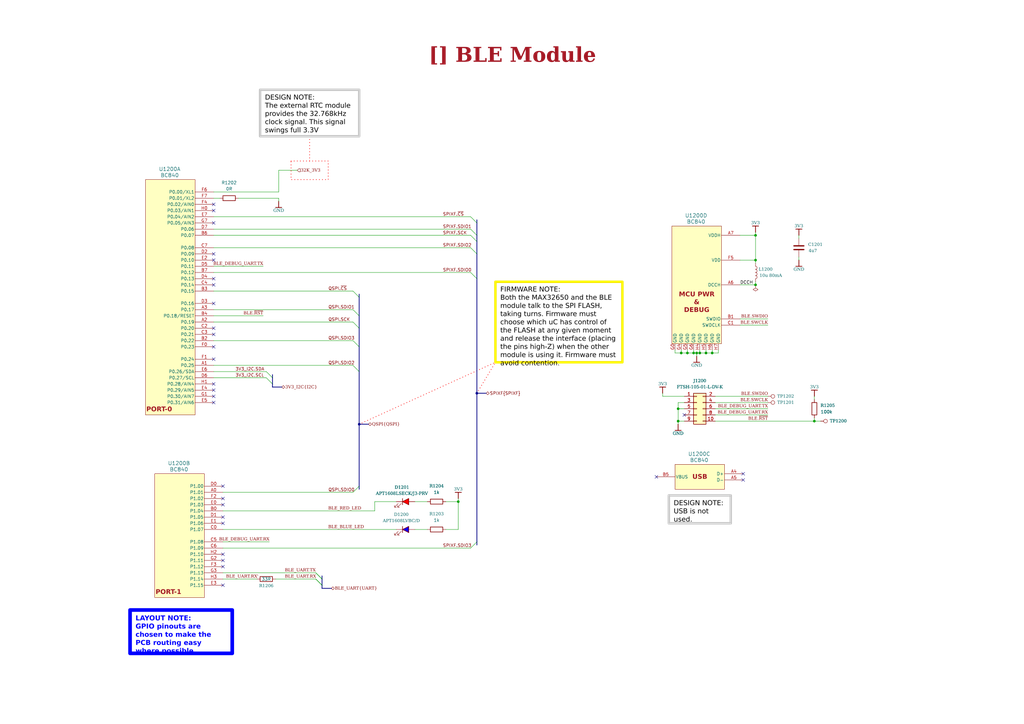
<source format=kicad_sch>
(kicad_sch (version 20250114) (generator "eeschema") (generator_version "9.0")
  (paper "A3")
  (title_block (title "BLE Module") (date "2025-02-13") (rev "${REVISION}"))
  (lib_symbols
    (symbol "ccb_LED:APT1608-LSECK-J3-PRV" (pin_numbers (hide yes)) (pin_names (offset 1.016) (hide yes))
      (property "Reference" "D" (at 0 5.334 0))
      (property "Value" "APT1608LSECK/J3-PRV" (at 0.254 2.794 0))
      (symbol "APT1608-LSECK-J3-PRV_0_1"
        (polyline (pts (xy -3.048 -0.762) (xy -4.572 -2.286) (xy -3.81 -2.286) (xy -4.572 -2.286) (xy -4.572 -1.524)))
        (polyline (pts (xy -1.778 -0.762) (xy -3.302 -2.286) (xy -2.54 -2.286) (xy -3.302 -2.286) (xy -3.302 -1.524)))
        (polyline (pts (xy -1.27 -1.27) (xy -1.27 1.27)) (stroke (width 0.254)))
      )
      (symbol "APT1608-LSECK-J3-PRV_1_1"
        (polyline (pts (xy 1.27 -1.27) (xy 1.27 1.27) (xy -1.27 0) (xy 1.27 -1.27)) (stroke (width 0.254)) (fill (type color) (color 255 0 0 1)))
        (pin passive line (at -3.81 0 0) (length 2.54) (name "K") (number "1"))
        (pin passive line (at 3.81 0 180) (length 2.54) (name "A") (number "2"))
      )
    )
    (symbol "ccb_LED:APT1608LVBC/D" (pin_numbers (hide yes)) (pin_names (offset 1.016) (hide yes))
      (property "Reference" "D" (at -1.5875 6.35 0))
      (property "Value" "APT1608LVBC/D" (at -1.5875 3.81 0))
      (symbol "APT1608LVBC/D_0_1"
        (polyline (pts (xy -3.048 -0.762) (xy -4.572 -2.286) (xy -3.81 -2.286) (xy -4.572 -2.286) (xy -4.572 -1.524)))
        (polyline (pts (xy -1.778 -0.762) (xy -3.302 -2.286) (xy -2.54 -2.286) (xy -3.302 -2.286) (xy -3.302 -1.524)))
        (polyline (pts (xy -1.27 -1.27) (xy -1.27 1.27)) (stroke (width 0.254)))
      )
      (symbol "APT1608LVBC/D_1_1"
        (polyline (pts (xy 1.27 -1.27) (xy 1.27 1.27) (xy -1.27 0) (xy 1.27 -1.27)) (stroke (width 0.254)) (fill (type color) (color 0 0 255 1)))
        (pin passive line (at -3.81 0 0) (length 2.54) (name "K") (number "1"))
        (pin passive line (at 3.81 0 180) (length 2.54) (name "A") (number "2"))
      )
    )
    (symbol "ccb_capacitor:CAP_CER_4.7UF_16V_X5R_0603" (pin_numbers (hide yes)) (pin_names (offset 0.254))
      (property "Reference" "C?" (at 3.81 1.27 0))
      (property "Value" "4u7" (at 3.81 -1.27 0))
      (symbol "CAP_CER_4.7UF_16V_X5R_0603_0_1"
        (polyline (pts (xy -2.032 0.762) (xy 2.032 0.762)) (stroke (width 0.508)))
        (polyline (pts (xy -2.032 -0.762) (xy 2.032 -0.762)) (stroke (width 0.508)))
      )
      (symbol "CAP_CER_4.7UF_16V_X5R_0603_1_1"
        (pin passive line (at 0 3.81 270) (length 2.794) (name "~") (number "1"))
        (pin passive line (at 0 -3.81 90) (length 2.794) (name "~") (number "2"))
      )
    )
    (symbol "ccb_connector_programming:FTSH-105-01-L-DV-K" (pin_names (offset 1.016) (hide yes))
      (property "Reference" "J" (at 1.27 7.62 0))
      (property "Value" "FTSH-105-01-L-DV-K" (at 1.27 -7.62 0))
      (symbol "FTSH-105-01-L-DV-K_1_1"
        (rectangle (start -1.27 6.35) (end 3.81 -6.35) (stroke (width 0.254)) (fill (type background)))
        (rectangle (start -1.27 5.207) (end 0 4.953) (stroke (width 0.1524)))
        (rectangle (start -1.27 2.667) (end 0 2.413) (stroke (width 0.1524)))
        (rectangle (start -1.27 0.127) (end 0 -0.127) (stroke (width 0.1524)))
        (rectangle (start -1.27 -2.413) (end 0 -2.667) (stroke (width 0.1524)))
        (rectangle (start -1.27 -4.953) (end 0 -5.207) (stroke (width 0.1524)))
        (rectangle (start 3.81 5.207) (end 2.54 4.953) (stroke (width 0.1524)))
        (rectangle (start 3.81 2.667) (end 2.54 2.413) (stroke (width 0.1524)))
        (rectangle (start 3.81 0.127) (end 2.54 -0.127) (stroke (width 0.1524)))
        (rectangle (start 3.81 -2.413) (end 2.54 -2.667) (stroke (width 0.1524)))
        (rectangle (start 3.81 -4.953) (end 2.54 -5.207) (stroke (width 0.1524)))
        (pin passive line (at -5.08 5.08 0) (length 3.81) (name "Pin_1") (number "1"))
        (pin passive line (at -5.08 2.54 0) (length 3.81) (name "Pin_3") (number "3"))
        (pin passive line (at -5.08 0 0) (length 3.81) (name "Pin_5") (number "5"))
        (pin passive line (at -5.08 -2.54 0) (length 3.81) (name "Pin_7") (number "7"))
        (pin passive line (at -5.08 -5.08 0) (length 3.81) (name "Pin_9") (number "9"))
        (pin passive line (at 7.62 5.08 180) (length 3.81) (name "Pin_2") (number "2"))
        (pin passive line (at 7.62 2.54 180) (length 3.81) (name "Pin_4") (number "4"))
        (pin passive line (at 7.62 0 180) (length 3.81) (name "Pin_6") (number "6"))
        (pin passive line (at 7.62 -2.54 180) (length 3.81) (name "Pin_8") (number "8"))
        (pin passive line (at 7.62 -5.08 180) (length 3.81) (name "Pin_10") (number "10"))
      )
    )
    (symbol "ccb_inductor:LBMF1608T100K" (pin_numbers (hide yes)) (pin_names (offset 1.016) (hide yes))
      (property "Reference" "L?" (at 0 5.08 0))
      (property "Value" "10u 80mA" (at 0 2.54 0))
      (symbol "LBMF1608T100K_0_1"
        (arc (start -2.54 0) (mid -1.905 0.6323) (end -1.27 0))
        (arc (start -1.27 0) (mid -0.635 0.6323) (end 0 0))
        (arc (start 0 0) (mid 0.635 0.6323) (end 1.27 0))
        (arc (start 1.27 0) (mid 1.905 0.6323) (end 2.54 0))
      )
      (symbol "LBMF1608T100K_1_1"
        (pin passive line (at -3.81 0 0) (length 1.27) (name "1") (number "1"))
        (pin passive line (at 3.81 0 180) (length 1.27) (name "2") (number "2"))
      )
    )
    (symbol "ccb_microcontroller:Fanstel_BC840" (pin_names (offset 0.254))
      (property "Reference" "U" (at -0.254 33.528 0))
      (property "Value" "BC840" (at -0.254 30.988 0))
      (symbol "Fanstel_BC840_1_1"
        (rectangle (start -10.16 29.21) (end 10.16 -67.31) (fill (type background)))
        (text "PORT-0" (at -4.572 -65.024 0) (effects (font (size 1.905 1.905) (thickness 0.508) (bold yes))))
        (pin bidirectional line (at 17.78 24.13 180) (length 7.62) (name "P0.00/XL1") (number "F6"))
        (pin bidirectional line (at 17.78 21.59 180) (length 7.62) (name "P0.01/XL2") (number "F7"))
        (pin bidirectional line (at 17.78 19.05 180) (length 7.62) (name "P0.02/AIN0") (number "F4"))
        (pin bidirectional line (at 17.78 16.51 180) (length 7.62) (name "P0.03/AIN1") (number "H0"))
        (pin bidirectional line (at 17.78 13.97 180) (length 7.62) (name "P0.04/AIN2") (number "E7"))
        (pin bidirectional line (at 17.78 11.43 180) (length 7.62) (name "P0.05/AIN3") (number "G7"))
        (pin bidirectional line (at 17.78 8.89 180) (length 7.62) (name "P0.06") (number "D7"))
        (pin bidirectional line (at 17.78 6.35 180) (length 7.62) (name "P0.07") (number "B6"))
        (pin bidirectional line (at 17.78 1.27 180) (length 7.62) (name "P0.08") (number "C7"))
        (pin bidirectional line (at 17.78 -1.27 180) (length 7.62) (name "P0.09") (number "D2"))
        (pin bidirectional line (at 17.78 -3.81 180) (length 7.62) (name "P0.10") (number "E2"))
        (pin bidirectional line (at 17.78 -6.35 180) (length 7.62) (name "P0.11") (number "D5"))
        (pin bidirectional line (at 17.78 -8.89 180) (length 7.62) (name "P0.12") (number "B7"))
        (pin bidirectional line (at 17.78 -11.43 180) (length 7.62) (name "P0.13") (number "D4"))
        (pin bidirectional line (at 17.78 -13.97 180) (length 7.62) (name "P0.14") (number "C4"))
        (pin bidirectional line (at 17.78 -16.51 180) (length 7.62) (name "P0.15") (number "B3"))
        (pin bidirectional line (at 17.78 -21.59 180) (length 7.62) (name "P0.16") (number "D3"))
        (pin bidirectional line (at 17.78 -24.13 180) (length 7.62) (name "P0.17") (number "A3"))
        (pin bidirectional line (at 17.78 -26.67 180) (length 7.62) (name "P0.18/RESET") (number "B4"))
        (pin bidirectional line (at 17.78 -29.21 180) (length 7.62) (name "P0.19") (number "A2"))
        (pin bidirectional line (at 17.78 -31.75 180) (length 7.62) (name "P0.20") (number "C2"))
        (pin bidirectional line (at 17.78 -34.29 180) (length 7.62) (name "P0.21") (number "C3"))
        (pin bidirectional line (at 17.78 -36.83 180) (length 7.62) (name "P0.22") (number "B2"))
        (pin bidirectional line (at 17.78 -39.37 180) (length 7.62) (name "P0.23") (number "F0"))
        (pin bidirectional line (at 17.78 -44.45 180) (length 7.62) (name "P0.24") (number "F1"))
        (pin bidirectional line (at 17.78 -46.99 180) (length 7.62) (name "P0.25") (number "A1"))
        (pin bidirectional line (at 17.78 -49.53 180) (length 7.62) (name "P0.26/SDA") (number "E6"))
        (pin bidirectional line (at 17.78 -52.07 180) (length 7.62) (name "P0.27/SCL") (number "D6"))
        (pin bidirectional line (at 17.78 -54.61 180) (length 7.62) (name "P0.28/AIN4") (number "H1"))
        (pin bidirectional line (at 17.78 -57.15 180) (length 7.62) (name "P0.29/AIN5") (number "E4"))
        (pin bidirectional line (at 17.78 -59.69 180) (length 7.62) (name "P0.30/AIN7") (number "G1"))
        (pin bidirectional line (at 17.78 -62.23 180) (length 7.62) (name "P0.31/AIN6") (number "E5"))
      )
      (symbol "Fanstel_BC840_2_1"
        (rectangle (start -10.16 29.21) (end 10.16 -21.59) (fill (type background)))
        (text "PORT-1" (at -4.572 -19.304 0) (effects (font (size 1.905 1.905) (thickness 0.508) (bold yes))))
        (pin bidirectional line (at 17.78 24.13 180) (length 7.62) (name "P1.00") (number "D0"))
        (pin bidirectional line (at 17.78 21.59 180) (length 7.62) (name "P1.01") (number "A0"))
        (pin bidirectional line (at 17.78 19.05 180) (length 7.62) (name "P1.02") (number "F2"))
        (pin bidirectional line (at 17.78 16.51 180) (length 7.62) (name "P1.03") (number "E0"))
        (pin bidirectional line (at 17.78 13.97 180) (length 7.62) (name "P1.04") (number "B0"))
        (pin bidirectional line (at 17.78 11.43 180) (length 7.62) (name "P1.05") (number "D1"))
        (pin bidirectional line (at 17.78 8.89 180) (length 7.62) (name "P1.06") (number "E1"))
        (pin bidirectional line (at 17.78 6.35 180) (length 7.62) (name "P1.07") (number "C0"))
        (pin bidirectional line (at 17.78 1.27 180) (length 7.62) (name "P1.08") (number "C5"))
        (pin bidirectional line (at 17.78 -1.27 180) (length 7.62) (name "P1.09") (number "C6"))
        (pin bidirectional line (at 17.78 -3.81 180) (length 7.62) (name "P1.10") (number "H2"))
        (pin bidirectional line (at 17.78 -6.35 180) (length 7.62) (name "P1.11") (number "G2"))
        (pin bidirectional line (at 17.78 -8.89 180) (length 7.62) (name "P1.12") (number "F3"))
        (pin bidirectional line (at 17.78 -11.43 180) (length 7.62) (name "P1.13") (number "G3"))
        (pin bidirectional line (at 17.78 -13.97 180) (length 7.62) (name "P1.14") (number "H3"))
        (pin bidirectional line (at 17.78 -16.51 180) (length 7.62) (name "P1.15") (number "E3"))
      )
      (symbol "Fanstel_BC840_3_1"
        (rectangle (start -10.16 29.21) (end 10.16 19.05) (fill (type background)))
        (text "USB" (at 0 24.13 0) (effects (font (size 1.905 1.905) (thickness 0.508) (bold yes))))
        (pin power_in line (at -17.78 24.13 0) (length 7.62) (name "VBUS") (number "B5"))
        (pin bidirectional line (at 17.78 25.4 180) (length 7.62) (name "D+") (number "A4"))
        (pin bidirectional line (at 17.78 22.86 180) (length 7.62) (name "D-") (number "A5"))
      )
      (symbol "Fanstel_BC840_4_1"
        (rectangle (start -10.16 29.21) (end 10.16 -19.05) (fill (type background)))
        (text "MCU PWR\n&\nDEBUG" (at 0 -2.032 0) (effects (font (size 1.905 1.905) (thickness 0.508) (bold yes))))
        (pin power_in line (at -8.89 -21.59 90) (length 2.54) (name "GND") (number "G0"))
        (pin power_in line (at -6.35 -21.59 90) (length 2.54) (name "GND") (number "G4"))
        (pin power_in line (at -3.81 -21.59 90) (length 2.54) (name "GND") (number "G5"))
        (pin power_in line (at -1.27 -21.59 90) (length 2.54) (name "GND") (number "G6"))
        (pin power_in line (at 1.27 -21.59 90) (length 2.54) (name "GND") (number "H4"))
        (pin power_in line (at 3.81 -21.59 90) (length 2.54) (name "GND") (number "H5"))
        (pin power_in line (at 6.35 -21.59 90) (length 2.54) (name "GND") (number "H6"))
        (pin power_in line (at 8.89 -21.59 90) (length 2.54) (name "GND") (number "H7"))
        (pin power_in line (at 17.78 25.4 180) (length 7.62) (name "VDDH") (number "A7"))
        (pin power_in line (at 17.78 15.24 180) (length 7.62) (name "VDD") (number "F5"))
        (pin power_in line (at 17.78 5.08 180) (length 7.62) (name "DCCH") (number "A6"))
        (pin bidirectional line (at 17.78 -8.89 180) (length 7.62) (name "SWDIO") (number "B1"))
        (pin bidirectional line (at 17.78 -11.43 180) (length 7.62) (name "SWDCLK") (number "C1"))
      )
    )
    (symbol "ccb_power_symbol:3V3" (power) (pin_numbers (hide yes)) (pin_names (offset 0) (hide yes))
      (property "Value" "3V3" (at 0 3.556 0))
      (symbol "3V3_0_1"
        (polyline (pts (xy -1.27 2.54) (xy 1.27 2.54)) (stroke (width 0.3)))
        (polyline (pts (xy 0 0) (xy 0 2.54)) (stroke (width 0.3)))
      )
      (symbol "3V3_1_1"
        (pin power_in line (at 0 0 90) (length 0) (name "~") (number "1"))
      )
    )
    (symbol "ccb_power_symbol:GND" (power) (pin_numbers (hide yes)) (pin_names (offset 0) (hide yes))
      (property "Value" "GND" (at 0 -3.81 0))
      (symbol "GND_0_1"
        (polyline (pts (xy 0 0) (xy 0 -2.54)) (stroke (width 0.3)))
        (polyline (pts (xy 1.27 -2.54) (xy -1.27 -2.54)) (stroke (width 0.3)))
      )
      (symbol "GND_1_1"
        (pin power_in line (at 0 0 270) (length 0) (name "~") (number "1"))
      )
    )
    (symbol "ccb_resistor:RES_SMD_0_OHM_JUMPER_1/10W_0402" (pin_numbers (hide yes)) (pin_names (offset 0))
      (property "Reference" "R?" (at 2.54 1.27 0))
      (property "Value" "0R" (at 2.54 -1.27 0))
      (symbol "RES_SMD_0_OHM_JUMPER_1/10W_0402_0_1"
        (rectangle (start -1.016 -2.54) (end 1.016 2.54) (stroke (width 0.254)))
      )
      (symbol "RES_SMD_0_OHM_JUMPER_1/10W_0402_1_1"
        (pin passive line (at 0 3.81 270) (length 1.27) (name "~") (number "1"))
        (pin passive line (at 0 -3.81 90) (length 1.27) (name "~") (number "2"))
      )
    )
    (symbol "ccb_resistor:RES_SMD_100K_OHM_1%_1/10W_0402" (pin_numbers (hide yes)) (pin_names (offset 0))
      (property "Reference" "R?" (at 2.54 1.27 0))
      (property "Value" "100k" (at 2.54 -1.27 0))
      (symbol "RES_SMD_100K_OHM_1%_1/10W_0402_0_1"
        (rectangle (start -1.016 -2.54) (end 1.016 2.54) (stroke (width 0.254)))
      )
      (symbol "RES_SMD_100K_OHM_1%_1/10W_0402_1_1"
        (pin passive line (at 0 3.81 270) (length 1.27) (name "~") (number "1"))
        (pin passive line (at 0 -3.81 90) (length 1.27) (name "~") (number "2"))
      )
    )
    (symbol "ccb_resistor:RES_SMD_1K_OHM_1%_1/10W_0603" (pin_numbers (hide yes)) (pin_names (offset 0))
      (property "Reference" "R?" (at 2.54 1.27 0))
      (property "Value" "1k" (at 2.54 -1.27 0))
      (symbol "RES_SMD_1K_OHM_1%_1/10W_0603_0_1"
        (rectangle (start -1.016 -2.54) (end 1.016 2.54) (stroke (width 0.254)))
      )
      (symbol "RES_SMD_1K_OHM_1%_1/10W_0603_1_1"
        (pin passive line (at 0 3.81 270) (length 1.27) (name "~") (number "1"))
        (pin passive line (at 0 -3.81 90) (length 1.27) (name "~") (number "2"))
      )
    )
    (symbol "ccb_resistor:RES_SMD_33_OHM_1%_1/10W_0402" (pin_numbers (hide yes)) (pin_names (offset 0))
      (property "Reference" "R?" (at 2.54 1.27 0))
      (property "Value" "33R" (at 2.54 -1.27 0))
      (symbol "RES_SMD_33_OHM_1%_1/10W_0402_0_1"
        (rectangle (start -1.016 -2.54) (end 1.016 2.54) (stroke (width 0.254)))
      )
      (symbol "RES_SMD_33_OHM_1%_1/10W_0402_1_1"
        (pin passive line (at 0 3.81 270) (length 1.27) (name "~") (number "1"))
        (pin passive line (at 0 -3.81 90) (length 1.27) (name "~") (number "2"))
      )
    )
    (symbol "ccb_test_point:TestPoint_Pad_D1.27mm" (pin_numbers (hide yes)) (pin_names (offset 0.762) (hide yes)) (in_bom no)
      (property "Reference" "TP?" (at 2.54 4.572 0))
      (property "Value" "TestPoint_Pad_D1.27mm" (at 2.54 2.032 0))
      (symbol "TestPoint_Pad_D1.27mm_0_1"
        (circle (center 0 3.302) (radius 0.762))
      )
      (symbol "TestPoint_Pad_D1.27mm_1_1"
        (pin passive line (at 0 1.27 90) (length 1.27) (name "1") (number "1"))
      )
    )
    (symbol "power:PWR_FLAG" (power) (pin_numbers (hide yes)) (pin_names (offset 0) (hide yes))
      (property "Value" "PWR_FLAG" (at 0 3.81 0))
      (symbol "PWR_FLAG_0_0"
        (pin power_out line (at 0 0 90) (length 0) (name "~") (number "1"))
      )
      (symbol "PWR_FLAG_0_1"
        (polyline (pts (xy 0 0) (xy 0 1.27) (xy -1.016 1.905) (xy 0 2.54) (xy 1.016 1.905) (xy 0 1.27)))
      )
    )
  )
  (rectangle (start 119.38 66.04) (end 134.62 73.66) (stroke (width 0.3) (type dot) (color 255 0 0 1)))
  (rectangle (start 22.86 307.34) (end 63.5 331.47) (stroke (width 0.3) (type dot) (color 255 0 0 1)))
  (text_box "DESIGN NOTE:\nThese UART signal names are from the point of view of the MAX32666. From the BC832's perspective, BLE_UART_RX is an output pin and BLE_UART_TX is an input.\n\nThe reverse is true for the BLE_DEBUG_UART pins, these are named from the point of view of the BC832." (at -59.69 59.69 0) (size 55.88 39.37) (margins 2 2 2 2) (stroke (width 1) (color 200 200 200 1)) (effects (font (size 2 2)) (justify left top)))
  (text_box "[${#}] ${TITLE}" (at 140.97 16.51 0) (size 138.43 12.7) (margins 4.4999 4.4999 4.4999 4.4999) (stroke (width -0.0001)) (effects (font (size 6 6) (thickness 1.2) (bold yes))))
  (text_box "LAYOUT NOTE:\nGPIO pinouts are chosen to make the PCB routing easy where possible" (at 53.34 250.19 0) (size 41.91 17.78) (margins 2.25 2.25 2.25 2.25) (stroke (width 1.5) (color 0 0 255 1)) (effects (font (size 2 2) (thickness 0.4) (bold yes)) (justify left top)))
  (text_box "DESIGN NOTE:\nThese LEDs are mounted on the board for debug purposes only. Not expected to be used during deployment." (at 31.75 354.33 0) (size 43.18 20.32) (margins 2 2 2 2) (stroke (width 1) (color 200 200 200 1)) (effects (font (size 2 2)) (justify left top)))
  (text_box "DESIGN NOTE:\nUSB is not used." (at 274.32 203.2 0) (size 25.4 11.43) (margins 2 2 2 2) (stroke (width 1) (color 200 200 200 1)) (effects (font (size 2 2)) (justify left top)))
  (text_box "DESIGN NOTE:\nThe external RTC module provides the 32.768kHz clock signal. This signal swings full 3.3V" (at 106.68 36.83 0) (size 40.64 19.05) (margins 2 2 2 2) (stroke (width 1) (color 200 200 200 1)) (effects (font (size 2 2)) (justify left top)))
  (text_box "FIRMWARE NOTE:\nBoth the MAX32650 and the BLE module talk to the SPI FLASH, taking turns. Firmware must choose which uC has control of the FLASH at any given moment and release the interface (placing the pins high-Z) when the other module is using it. Firmware must avoid contention." (at 203.2 115.57 0) (size 52.07 33.02) (margins 2 2 2 2) (stroke (width 1) (color 250 236 0 1)) (effects (font (size 2 2)) (justify left top)))
  (junction (at 309.88 96.52))
  (junction (at 309.88 106.68))
  (junction (at 287.02 144.78))
  (junction (at 147.32 173.99))
  (junction (at 281.94 144.78))
  (junction (at 309.88 116.84))
  (junction (at 187.96 205.74))
  (junction (at 292.1 144.78))
  (junction (at 284.48 144.78))
  (junction (at 278.13 167.64))
  (junction (at 195.58 161.29))
  (junction (at 334.01 172.72))
  (junction (at 279.4 144.78))
  (junction (at 278.13 172.72))
  (junction (at 289.56 144.78))
  (junction (at 285.75 144.78))
  (no_connect (at 87.63 137.16))
  (no_connect (at 91.44 199.39))
  (no_connect (at 87.63 142.24))
  (no_connect (at 87.63 124.46))
  (no_connect (at 91.44 240.03))
  (no_connect (at 91.44 204.47))
  (no_connect (at 91.44 207.01))
  (no_connect (at 87.63 160.02))
  (no_connect (at 87.63 106.68))
  (no_connect (at 280.67 170.18))
  (no_connect (at 87.63 83.82))
  (no_connect (at 87.63 157.48))
  (no_connect (at 304.8 194.31))
  (no_connect (at 91.44 227.33))
  (no_connect (at 87.63 162.56))
  (no_connect (at 91.44 212.09))
  (no_connect (at 91.44 214.63))
  (no_connect (at 87.63 134.62))
  (no_connect (at 87.63 86.36))
  (no_connect (at 87.63 147.32))
  (no_connect (at 87.63 91.44))
  (no_connect (at 304.8 196.85))
  (no_connect (at 87.63 104.14))
  (no_connect (at 269.24 195.58))
  (no_connect (at 87.63 114.3))
  (no_connect (at 87.63 116.84))
  (no_connect (at 87.63 165.1))
  (no_connect (at 91.44 232.41))
  (no_connect (at 91.44 229.87))
  (bus_entry (at 144.78 127) (size 2.54 2.54))
  (bus_entry (at 132.08 240.03) (size -2.54 -2.54))
  (bus_entry (at 111.76 154.94) (size -2.54 -2.54))
  (bus_entry (at 144.78 149.86) (size 2.54 2.54))
  (bus_entry (at 144.78 119.38) (size 2.54 2.54))
  (bus_entry (at 193.04 93.98) (size 2.54 2.54))
  (bus_entry (at 144.78 201.93) (size 2.54 -2.54))
  (bus_entry (at 193.04 111.76) (size 2.54 2.54))
  (bus_entry (at 132.08 240.03) (size -2.54 -2.54))
  (bus_entry (at 144.78 132.08) (size 2.54 2.54))
  (bus_entry (at 193.04 88.9) (size 2.54 2.54))
  (bus_entry (at 193.04 101.6) (size 2.54 2.54))
  (bus_entry (at 144.78 139.7) (size 2.54 2.54))
  (bus_entry (at 193.04 224.79) (size 2.54 -2.54))
  (bus_entry (at 132.08 237.49) (size -2.54 -2.54))
  (bus_entry (at 111.76 157.48) (size -2.54 -2.54))
  (bus_entry (at 132.08 237.49) (size -2.54 -2.54))
  (bus_entry (at 193.04 96.52) (size 2.54 2.54))
  (polyline (pts (xy 53.34 354.33) (xy 41.91 331.47)) (stroke (width 0.3) (type dot) (color 255 0 0 1)))
  (bus (pts (xy 195.58 99.06) (xy 195.58 104.14)))
  (wire (pts (xy 91.44 217.17) (xy 162.56 217.17)))
  (bus (pts (xy 195.58 90.17) (xy 195.58 91.44)))
  (polyline (pts (xy 203.2 148.59) (xy 203.2 148.59)) (stroke (width 0.3) (type dot) (color 255 0 0 1)))
  (bus (pts (xy 132.08 241.3) (xy 132.08 240.03)))
  (bus (pts (xy 147.32 142.24) (xy 147.32 152.4)))
  (wire (pts (xy 87.63 88.9) (xy 193.04 88.9)))
  (wire (pts (xy 97.79 81.28) (xy 114.3 81.28)))
  (wire (pts (xy 278.13 165.1) (xy 278.13 167.64)))
  (wire (pts (xy 87.63 132.08) (xy 144.78 132.08)))
  (bus (pts (xy 147.32 173.99) (xy 151.13 173.99)))
  (wire (pts (xy 87.63 152.4) (xy 109.22 152.4)))
  (wire (pts (xy 289.56 143.51) (xy 289.56 144.78)))
  (wire (pts (xy 91.44 201.93) (xy 144.78 201.93)))
  (wire (pts (xy 87.63 139.7) (xy 144.78 139.7)))
  (wire (pts (xy 91.44 209.55) (xy 153.67 209.55)))
  (wire (pts (xy 107.95 109.22) (xy 87.63 109.22)))
  (bus (pts (xy 111.76 158.75) (xy 115.57 158.75)))
  (wire (pts (xy 334.01 162.56) (xy 334.01 163.83)))
  (polyline (pts (xy -66.04 116.84) (xy -52.07 99.06)) (stroke (width 0.3) (type dot) (color 255 0 0 1)))
  (bus (pts (xy 147.32 134.62) (xy 147.32 142.24)))
  (wire (pts (xy 293.37 170.18) (xy 314.96 170.18)))
  (bus (pts (xy 147.32 121.92) (xy 147.32 129.54)))
  (wire (pts (xy 113.03 237.49) (xy 129.54 237.49)))
  (bus (pts (xy 147.32 129.54) (xy 147.32 134.62)))
  (wire (pts (xy 285.75 144.78) (xy 287.02 144.78)))
  (bus (pts (xy 132.08 240.03) (xy 132.08 237.49)))
  (wire (pts (xy 284.48 144.78) (xy 285.75 144.78)))
  (bus (pts (xy 195.58 91.44) (xy 195.58 96.52)))
  (bus (pts (xy 195.58 114.3) (xy 195.58 161.29)))
  (wire (pts (xy 87.63 96.52) (xy 193.04 96.52)))
  (bus (pts (xy 147.32 120.65) (xy 147.32 121.92)))
  (wire (pts (xy 271.78 162.56) (xy 280.67 162.56)))
  (wire (pts (xy 281.94 143.51) (xy 281.94 144.78)))
  (polyline (pts (xy 195.58 161.29) (xy 203.2 148.59)) (stroke (width 0.3) (type dot) (color 255 0 0 1)))
  (wire (pts (xy 87.63 81.28) (xy 90.17 81.28)))
  (bus (pts (xy 111.76 154.94) (xy 111.76 153.67)))
  (wire (pts (xy 327.66 105.41) (xy 327.66 106.68)))
  (wire (pts (xy 182.88 217.17) (xy 187.96 217.17)))
  (wire (pts (xy 91.44 237.49) (xy 105.41 237.49)))
  (wire (pts (xy 284.48 143.51) (xy 284.48 144.78)))
  (wire (pts (xy 87.63 127) (xy 144.78 127)))
  (wire (pts (xy 289.56 144.78) (xy 292.1 144.78)))
  (wire (pts (xy 294.64 144.78) (xy 294.64 143.51)))
  (wire (pts (xy 170.18 217.17) (xy 175.26 217.17)))
  (wire (pts (xy 187.96 217.17) (xy 187.96 205.74)))
  (bus (pts (xy 147.32 199.39) (xy 147.32 200.66)))
  (polyline (pts (xy 127 66.04) (xy 127 55.88)) (stroke (width 0.3) (type dot) (color 255 0 0 1)))
  (wire (pts (xy 280.67 165.1) (xy 278.13 165.1)))
  (wire (pts (xy 314.96 133.35) (xy 303.53 133.35)))
  (wire (pts (xy 114.3 69.85) (xy 114.3 78.74)))
  (wire (pts (xy 327.66 97.79) (xy 327.66 96.52)))
  (wire (pts (xy 309.88 106.68) (xy 309.88 107.95)))
  (wire (pts (xy 314.96 130.81) (xy 303.53 130.81)))
  (bus (pts (xy 195.58 222.25) (xy 195.58 223.52)))
  (wire (pts (xy 279.4 143.51) (xy 279.4 144.78)))
  (wire (pts (xy 287.02 143.51) (xy 287.02 144.78)))
  (bus (pts (xy 195.58 161.29) (xy 199.39 161.29)))
  (wire (pts (xy 278.13 172.72) (xy 280.67 172.72)))
  (wire (pts (xy 114.3 69.85) (xy 121.92 69.85)))
  (wire (pts (xy 303.53 116.84) (xy 309.88 116.84)))
  (wire (pts (xy 293.37 165.1) (xy 314.96 165.1)))
  (wire (pts (xy 303.53 106.68) (xy 309.88 106.68)))
  (wire (pts (xy 309.88 96.52) (xy 309.88 95.25)))
  (bus (pts (xy 132.08 237.49) (xy 132.08 236.22)))
  (wire (pts (xy 114.3 82.55) (xy 114.3 81.28)))
  (wire (pts (xy 87.63 93.98) (xy 193.04 93.98)))
  (wire (pts (xy 87.63 101.6) (xy 193.04 101.6)))
  (bus (pts (xy 111.76 157.48) (xy 111.76 154.94)))
  (wire (pts (xy 110.49 222.25) (xy 91.44 222.25)))
  (wire (pts (xy 293.37 172.72) (xy 334.01 172.72)))
  (bus (pts (xy 195.58 104.14) (xy 195.58 114.3)))
  (wire (pts (xy 87.63 78.74) (xy 114.3 78.74)))
  (bus (pts (xy 195.58 96.52) (xy 195.58 99.06)))
  (wire (pts (xy 303.53 96.52) (xy 309.88 96.52)))
  (polyline (pts (xy 147.32 173.99) (xy 203.2 148.59)) (stroke (width 0.3) (type dot) (color 255 0 0 1)))
  (wire (pts (xy 293.37 162.56) (xy 314.96 162.56)))
  (wire (pts (xy 276.86 143.51) (xy 276.86 144.78)))
  (wire (pts (xy 278.13 173.99) (xy 278.13 172.72)))
  (wire (pts (xy 281.94 144.78) (xy 284.48 144.78)))
  (wire (pts (xy 153.67 205.74) (xy 153.67 209.55)))
  (wire (pts (xy 87.63 129.54) (xy 107.95 129.54)))
  (wire (pts (xy 293.37 167.64) (xy 314.96 167.64)))
  (wire (pts (xy 278.13 167.64) (xy 280.67 167.64)))
  (wire (pts (xy 162.56 205.74) (xy 153.67 205.74)))
  (wire (pts (xy 278.13 167.64) (xy 278.13 172.72)))
  (wire (pts (xy 334.01 172.72) (xy 336.55 172.72)))
  (bus (pts (xy 135.89 241.3) (xy 132.08 241.3)))
  (wire (pts (xy 287.02 144.78) (xy 289.56 144.78)))
  (bus (pts (xy 147.32 152.4) (xy 147.32 173.99)))
  (wire (pts (xy 87.63 111.76) (xy 193.04 111.76)))
  (wire (pts (xy 91.44 234.95) (xy 129.54 234.95)))
  (bus (pts (xy 111.76 158.75) (xy 111.76 157.48)))
  (wire (pts (xy 334.01 172.72) (xy 334.01 171.45)))
  (wire (pts (xy 182.88 205.74) (xy 187.96 205.74)))
  (wire (pts (xy 187.96 204.47) (xy 187.96 205.74)))
  (wire (pts (xy 144.78 149.86) (xy 87.63 149.86)))
  (wire (pts (xy 292.1 143.51) (xy 292.1 144.78)))
  (polyline (pts (xy 147.32 173.99) (xy 147.32 173.99)) (stroke (width 0.3) (type dot) (color 255 0 0 1)))
  (wire (pts (xy 271.78 161.29) (xy 271.78 162.56)))
  (wire (pts (xy 170.18 205.74) (xy 175.26 205.74)))
  (wire (pts (xy 292.1 144.78) (xy 294.64 144.78)))
  (wire (pts (xy 285.75 144.78) (xy 285.75 146.05)))
  (wire (pts (xy 309.88 116.84) (xy 309.88 115.57)))
  (wire (pts (xy 279.4 144.78) (xy 281.94 144.78)))
  (wire (pts (xy 87.63 154.94) (xy 109.22 154.94)))
  (bus (pts (xy 147.32 173.99) (xy 147.32 199.39)))
  (wire (pts (xy 309.88 96.52) (xy 309.88 106.68)))
  (bus (pts (xy 195.58 161.29) (xy 195.58 222.25)))
  (wire (pts (xy 91.44 224.79) (xy 193.04 224.79)))
  (wire (pts (xy 276.86 144.78) (xy 279.4 144.78)))
  (wire (pts (xy 87.63 119.38) (xy 144.78 119.38)))
  (label "BLE_UART.TX" (at 116.84 234.95 0))
  (label "QSPI.SDIO2" (at 134.62 149.86 0))
  (label "BLE_UART.RX'" (at 92.71 237.49 0))
  (label "BLE.SWDIO" (at 314.96 130.81 180))
  (label "BLE.SWCLK" (at 314.96 165.1 180))
  (label "BLE.~{RST}" (at 107.95 129.54 180))
  (label "QSPI.~{CS}" (at 134.62 119.38 0))
  (label "QSPI.SDIO1" (at 134.62 127 0))
  (label "BLE_DEBUG_UART.RX" (at 314.96 170.18 180))
  (label "3V3_I2C.SCL" (at 96.52 154.94 0))
  (label "SPIXF.SDIO2" (at 181.61 101.6 0))
  (label "SPIXF.SCK" (at 181.61 96.52 0))
  (label "SPIXF.SDIO1" (at 181.61 93.98 0))
  (label "BLE.SWCLK" (at 314.96 133.35 180))
  (label "SPIXF.SDIO3" (at 181.61 224.79 0))
  (label "BLE_UART.RX" (at 116.84 237.49 0))
  (label "BLE_DEBUG_UART.RX" (at 110.49 222.25 180))
  (label "BLE_DEBUG_UART.TX" (at 107.95 109.22 180))
  (label "BLE_RED_LED" (at 134.62 209.55 0))
  (label "BLE_BLUE_LED" (at 134.62 217.17 0))
  (label "QSPI.SCK" (at 134.62 132.08 0))
  (label "QSPI.SDIO0" (at 134.62 201.93 0))
  (label "BLE_DEBUG_UART.TX" (at 314.96 167.64 180))
  (label "3V3_I2C.SDA" (at 96.52 152.4 0))
  (label "BLE.~{RST}" (at 314.96 172.72 180))
  (label "SPIXF.~{CS}" (at 181.61 88.9 0))
  (label "DCCH" (at 303.53 116.84 0))
  (label "QSPI.SDIO3" (at 134.62 139.7 0))
  (label "BLE.SWDIO" (at 314.96 162.56 180))
  (label "SPIXF.SDIO0" (at 181.61 111.76 0))
  (hierarchical_label "32K_3V3" (shape input) (at 121.92 69.85 0))
  (hierarchical_label "SPIXF{SPIXF}" (shape bidirectional) (at 199.39 161.29 0))
  (hierarchical_label "3V3_I2C{I2C}" (shape bidirectional) (at 115.57 158.75 0))
  (hierarchical_label "BLE_UART{UART}" (shape bidirectional) (at 135.89 241.3 0))
  (hierarchical_label "QSPI{QSPI}" (shape bidirectional) (at 151.13 173.99 0))
  (symbol (lib_id "ccb_power_symbol:3V3") (at 309.88 95.25 0) (unit 1)
    (property "Reference" "#PWR01202" (effects (hide yes)))
    (property "Value" "3V3" (at 309.88 91.44 0))
    (property "Description" "Power symbol creates a global label with name \"3V3\"" (effects (hide yes)))
  )
  (symbol (lib_id "ccb_LED:APT1608LVBC/D") (at 166.37 217.17 0) (unit 1)
    (property "Reference" "D1200" (at 164.592 211.074 0))
    (property "Value" "APT1608LVBC/D" (at 164.592 213.614 0))
    (property "Footprint" "ccb_LED:LED_0603_1608Metric" (effects (hide yes)))
    (property "Datasheet" "https://www.kingbrightusa.com/images/catalog/SPEC/APT1608LVBC-D.pdf" (effects (hide yes)))
    (property "Description" "Blue 470nm LED Indication - Discrete 2.65V 0603 (1608 Metric)" (effects (hide yes)))
    (property "Manufacturer" "Kingbright" (effects (hide yes)))
    (property "MPN" "APT1608LVBC/D" (effects (hide yes)))
    (property "Type" "SMD" (effects (hide yes)))
  )
  (symbol (lib_id "ccb_test_point:TestPoint_Pad_D1.27mm") (at 313.69 162.56 270) (unit 1) (in_bom no)
    (property "Reference" "TP1202" (at 318.77 162.56 90) (effects (justify left)))
    (property "Value" "TestPoint_Pad_D1.27mm" (effects (hide yes)))
    (property "Footprint" "ccb_test_point:TestPoint_Pad_D1.27mm" (effects (hide yes)))
    (property "Description" "test point" (effects (hide yes)))
    (property "Manufacturer" "Test point pad, nothing to buy or place" (effects (hide yes)))
    (property "MPN" "Test point pad, nothing to buy or place" (effects (hide yes)))
    (property "Type" "None" (effects (hide yes)))
  )
  (symbol (lib_id "ccb_power_symbol:GND") (at 278.13 173.99 0) (unit 1)
    (property "Reference" "#PWR209" (effects (hide yes)))
    (property "Value" "GND" (at 278.13 177.8 0))
    (property "Description" "Power symbol creates a global label with name \"GND\"" (effects (hide yes)))
  )
  (symbol (lib_id "ccb_connector_programming:FTSH-105-01-L-DV-K") (at 285.75 167.64 0) (unit 1)
    (property "Reference" "J1200" (at 287.02 156.21 0))
    (property "Value" "FTSH-105-01-L-DV-K" (at 287.02 158.75 0))
    (property "Footprint" "ccb_connector_programming:FTSH-105-01-L-DV-K" (effects (hide yes)))
    (property "Datasheet" "https://www.mouser.com/datasheet/2/527/ftsh_smt-3571060.pdf" (effects (hide yes)))
    (property "Description" "Connector Header Surface Mount 10 position 0.050\" (1.27mm)" (effects (hide yes)))
    (property "Manufacturer" "Samtec Inc." (effects (hide yes)))
    (property "MPN" "FTSH-105-01-L-DV-K" (effects (hide yes)))
    (property "Type" "SMD" (effects (hide yes)))
  )
  (symbol (lib_id "ccb_power_symbol:3V3") (at 334.01 162.56 0) (unit 1)
    (property "Reference" "#PWR212" (effects (hide yes)))
    (property "Value" "3V3" (at 334.01 158.75 0))
    (property "Description" "Power symbol creates a global label with name \"3V3\"" (effects (hide yes)))
  )
  (symbol (lib_id "ccb_power_symbol:3V3") (at 271.78 161.29 0) (unit 1)
    (property "Reference" "#PWR211" (effects (hide yes)))
    (property "Value" "3V3" (at 271.78 157.48 0))
    (property "Description" "Power symbol creates a global label with name \"3V3\"" (effects (hide yes)))
  )
  (symbol (lib_id "ccb_power_symbol:3V3") (at 327.66 96.52 0) (unit 1)
    (property "Reference" "#PWR01204" (effects (hide yes)))
    (property "Value" "3V3" (at 327.66 92.71 0))
    (property "Description" "Power symbol creates a global label with name \"3V3\"" (effects (hide yes)))
  )
  (symbol (lib_id "ccb_power_symbol:3V3") (at 187.96 204.47 0) (unit 1)
    (property "Reference" "#PWR214" (effects (hide yes)))
    (property "Value" "3V3" (at 187.96 200.66 0))
    (property "Description" "Power symbol creates a global label with name \"3V3\"" (effects (hide yes)))
  )
  (symbol (lib_id "ccb_capacitor:CAP_CER_4.7UF_16V_X5R_0603") (at 327.66 101.6 0) (unit 1)
    (property "Reference" "C1201" (at 331.47 100.33 0) (effects (justify left)))
    (property "Value" "4u7" (at 331.47 102.87 0) (effects (justify left)))
    (property "Footprint" "ccb_capacitor:C_0603_1608Metric" (effects (hide yes)))
    (property "Description" "4.7 µF ±10% 16V Ceramic Capacitor X5R 0603 (1608 Metric)" (effects (hide yes)))
    (property "Manufacturer" "Murata Electronics" (effects (hide yes)))
    (property "MPN" "GRM188R61C475KE11D" (effects (hide yes)))
    (property "Type" "SMD" (effects (hide yes)))
  )
  (symbol (lib_id "ccb_power_symbol:GND") (at 285.75 146.05 0) (unit 1)
    (property "Reference" "#PWR01201" (effects (hide yes)))
    (property "Value" "GND" (at 285.75 149.86 0))
    (property "Description" "Power symbol creates a global label with name \"GND\"" (effects (hide yes)))
  )
  (symbol (lib_id "power:PWR_FLAG") (at 309.88 116.84 180) (unit 1)
    (property "Reference" "#FLG01201" (effects (hide yes)))
    (property "Value" "PWR_FLAG" (effects (hide yes)))
    (property "Description" "Special symbol for telling ERC where power comes from" (effects (hide yes)))
  )
  (symbol (lib_id "ccb_microcontroller:Fanstel_BC840") (at 285.75 121.92 0) (unit 4)
    (property "Reference" "U1200" (at 285.496 88.392 0) (effects (font (size 1.524 1.524))))
    (property "Value" "BC840" (at 285.496 90.932 0) (effects (font (size 1.524 1.524))))
    (property "Footprint" "ccb_SOM:BC840" (effects (hide yes)))
    (property "Datasheet" "https://static1.squarespace.com/static/561459a2e4b0b39f5cefa12e/t/602ff9bf4ac6706b20de568f/1613756867348/BC840_datasheets.pdf" (effects (hide yes)))
    (property "Description" "802.15.4, Bluetooth Bluetooth v5.0, Thread, Zigbee® Transceiver Module 2.4GHz PCB Trace Surface Mount" (effects (hide yes)))
    (property "Manufacturer" "Fanstel Corp." (effects (hide yes)))
    (property "MPN" "BC840" (effects (hide yes)))
    (property "Type" "BGA" (effects (hide yes)))
  )
  (symbol (lib_id "ccb_LED:APT1608-LSECK-J3-PRV") (at 166.37 205.74 0) (unit 1)
    (property "Reference" "D1201" (at 164.846 199.898 0))
    (property "Value" "APT1608LSECK/J3-PRV" (at 164.846 202.438 0))
    (property "Footprint" "ccb_LED:LED_0603_1608Metric" (effects (hide yes)))
    (property "Datasheet" "https://www.kingbrightusa.com/images/catalog/SPEC/APT1608LSECK-J3-PRV.pdf" (effects (hide yes)))
    (property "Description" "Red 625nm LED Indication - Discrete 1.8V 0603 (1608 Metric)" (effects (hide yes)))
    (property "Manufacturer" "Kingbright" (effects (hide yes)))
    (property "MPN" "APT1608LSECK/J3-PRV" (effects (hide yes)))
    (property "Type" "SMD" (effects (hide yes)))
  )
  (symbol (lib_id "ccb_resistor:RES_SMD_1K_OHM_1%_1/10W_0603") (at 179.07 205.74 90) (unit 1)
    (property "Reference" "R1204" (at 179.07 199.39 90))
    (property "Value" "1k" (at 179.07 201.93 90))
    (property "Footprint" "ccb_resistor:R_0603_1608Metric" (effects (hide yes)))
    (property "Description" "1 kOhms ±1% 0.1W, 1/10W Chip Resistor 0603 (1608 Metric) Automotive AEC-Q200 Thick Film" (effects (hide yes)))
    (property "Manufacturer" "Stackpole Electronics Inc" (effects (hide yes)))
    (property "MPN" "RMCF0603FT1K00" (effects (hide yes)))
    (property "Type" "SMD" (effects (hide yes)))
  )
  (symbol (lib_id "ccb_resistor:RES_SMD_100K_OHM_1%_1/10W_0402") (at 334.01 167.64 0) (unit 1)
    (property "Reference" "R1205" (at 336.55 166.37 0) (effects (justify left)))
    (property "Value" "100k" (at 336.55 168.91 0) (effects (justify left)))
    (property "Footprint" "ccb_resistor:R_0402_1005Metric" (effects (hide yes)))
    (property "Description" "100 kOhms ±1% 0.063W, 1/16W Chip Resistor 0402 (1005 Metric) Automotive AEC-Q200 Thick Film" (effects (hide yes)))
    (property "Manufacturer" "Panasonic Electronic Components" (effects (hide yes)))
    (property "MPN" "ERJ-2RKF1003X" (effects (hide yes)))
    (property "Type" "SMD" (effects (hide yes)))
  )
  (symbol (lib_id "ccb_microcontroller:Fanstel_BC840") (at 73.66 223.52 0) (unit 2)
    (property "Reference" "U1200" (at 73.406 189.992 0) (effects (font (size 1.524 1.524))))
    (property "Value" "BC840" (at 73.406 192.532 0) (effects (font (size 1.524 1.524))))
    (property "Footprint" "ccb_SOM:BC840" (effects (hide yes)))
    (property "Datasheet" "https://static1.squarespace.com/static/561459a2e4b0b39f5cefa12e/t/602ff9bf4ac6706b20de568f/1613756867348/BC840_datasheets.pdf" (effects (hide yes)))
    (property "Description" "802.15.4, Bluetooth Bluetooth v5.0, Thread, Zigbee® Transceiver Module 2.4GHz PCB Trace Surface Mount" (effects (hide yes)))
    (property "Manufacturer" "Fanstel Corp." (effects (hide yes)))
    (property "MPN" "BC840" (effects (hide yes)))
    (property "Type" "BGA" (effects (hide yes)))
  )
  (symbol (lib_id "ccb_test_point:TestPoint_Pad_D1.27mm") (at 313.69 165.1 270) (unit 1) (in_bom no)
    (property "Reference" "TP1201" (at 318.77 165.1 90) (effects (justify left)))
    (property "Value" "TestPoint_Pad_D1.27mm" (effects (hide yes)))
    (property "Footprint" "ccb_test_point:TestPoint_Pad_D1.27mm" (effects (hide yes)))
    (property "Description" "test point" (effects (hide yes)))
    (property "Manufacturer" "Test point pad, nothing to buy or place" (effects (hide yes)))
    (property "MPN" "Test point pad, nothing to buy or place" (effects (hide yes)))
    (property "Type" "None" (effects (hide yes)))
  )
  (symbol (lib_id "ccb_test_point:TestPoint_Pad_D1.27mm") (at 335.28 172.72 270) (unit 1) (in_bom no)
    (property "Reference" "TP1200" (at 340.36 172.72 90) (effects (justify left)))
    (property "Value" "TestPoint_Pad_D1.27mm" (effects (hide yes)))
    (property "Footprint" "ccb_test_point:TestPoint_Pad_D1.27mm" (effects (hide yes)))
    (property "Description" "test point" (effects (hide yes)))
    (property "Manufacturer" "Test point pad, nothing to buy or place" (effects (hide yes)))
    (property "MPN" "Test point pad, nothing to buy or place" (effects (hide yes)))
    (property "Type" "None" (effects (hide yes)))
  )
  (symbol (lib_id "ccb_resistor:RES_SMD_1K_OHM_1%_1/10W_0603") (at 179.07 217.17 90) (unit 1)
    (property "Reference" "R1203" (at 179.07 210.82 90))
    (property "Value" "1k" (at 179.07 213.36 90))
    (property "Footprint" "ccb_resistor:R_0603_1608Metric" (effects (hide yes)))
    (property "Description" "1 kOhms ±1% 0.1W, 1/10W Chip Resistor 0603 (1608 Metric) Automotive AEC-Q200 Thick Film" (effects (hide yes)))
    (property "Manufacturer" "Stackpole Electronics Inc" (effects (hide yes)))
    (property "MPN" "RMCF0603FT1K00" (effects (hide yes)))
    (property "Type" "SMD" (effects (hide yes)))
  )
  (symbol (lib_id "ccb_microcontroller:Fanstel_BC840") (at 287.02 219.71 0) (unit 3)
    (property "Reference" "U1200" (at 286.766 186.182 0) (effects (font (size 1.524 1.524))))
    (property "Value" "BC840" (at 286.766 188.722 0) (effects (font (size 1.524 1.524))))
    (property "Footprint" "ccb_SOM:BC840" (effects (hide yes)))
    (property "Datasheet" "https://static1.squarespace.com/static/561459a2e4b0b39f5cefa12e/t/602ff9bf4ac6706b20de568f/1613756867348/BC840_datasheets.pdf" (effects (hide yes)))
    (property "Description" "802.15.4, Bluetooth Bluetooth v5.0, Thread, Zigbee® Transceiver Module 2.4GHz PCB Trace Surface Mount" (effects (hide yes)))
    (property "Manufacturer" "Fanstel Corp." (effects (hide yes)))
    (property "MPN" "BC840" (effects (hide yes)))
    (property "Type" "BGA" (effects (hide yes)))
  )
  (symbol (lib_id "ccb_microcontroller:Fanstel_BC840") (at 69.85 102.87 0) (unit 1)
    (property "Reference" "U1200" (at 69.596 69.342 0) (effects (font (size 1.524 1.524))))
    (property "Value" "BC840" (at 69.596 71.882 0) (effects (font (size 1.524 1.524))))
    (property "Footprint" "ccb_SOM:BC840" (effects (hide yes)))
    (property "Datasheet" "https://static1.squarespace.com/static/561459a2e4b0b39f5cefa12e/t/602ff9bf4ac6706b20de568f/1613756867348/BC840_datasheets.pdf" (effects (hide yes)))
    (property "Description" "802.15.4, Bluetooth Bluetooth v5.0, Thread, Zigbee® Transceiver Module 2.4GHz PCB Trace Surface Mount" (effects (hide yes)))
    (property "Manufacturer" "Fanstel Corp." (effects (hide yes)))
    (property "MPN" "BC840" (effects (hide yes)))
    (property "Type" "BGA" (effects (hide yes)))
  )
  (symbol (lib_id "ccb_inductor:LBMF1608T100K") (at 309.88 111.76 270) (unit 1)
    (property "Reference" "L1200" (at 311.15 110.49 90) (effects (justify left)))
    (property "Value" "10u 80mA" (at 311.15 113.03 90) (effects (justify left)))
    (property "Footprint" "ccb_inductor:L_0603_1608Metric" (effects (hide yes)))
    (property "Datasheet" "https://mm.digikey.com/Volume0/opasdata/d220001/medias/docus/610/LBMF1608T100K_SS.pdf" (effects (hide yes)))
    (property "Description" "10 µH Unshielded Wirewound Inductor 80 mA 360mOhm 0603 (1608 Metric)" (effects (hide yes)))
    (property "Manufacturer" "Taiyo Yuden" (effects (hide yes)))
    (property "MPN" "LBMF1608T100K" (effects (hide yes)))
    (property "Type" "SMD" (effects (hide yes)))
  )
  (symbol (lib_id "ccb_resistor:RES_SMD_33_OHM_1%_1/10W_0402") (at 109.22 237.49 90) (mirror x) (unit 1)
    (property "Reference" "R1206" (at 109.22 240.284 90))
    (property "Value" "33R" (at 109.22 237.49 90))
    (property "Footprint" "ccb_resistor:R_0402_1005Metric" (effects (hide yes)))
    (property "Description" "33 Ohms ±1% 0.1W, 1/10W Chip Resistor 0402 (1005 Metric) Automotive AEC-Q200 Thick Film" (effects (hide yes)))
    (property "Manufacturer" "Panasonic Electronic Components" (effects (hide yes)))
    (property "MPN" "ERJ-2RKF33R0X" (effects (hide yes)))
    (property "Type" "SMD" (effects (hide yes)))
  )
  (symbol (lib_id "ccb_power_symbol:GND") (at 114.3 82.55 0) (unit 1)
    (property "Reference" "#PWR213" (effects (hide yes)))
    (property "Value" "GND" (at 114.3 86.36 0))
    (property "Description" "Power symbol creates a global label with name \"GND\"" (effects (hide yes)))
  )
  (symbol (lib_id "ccb_resistor:RES_SMD_0_OHM_JUMPER_1/10W_0402") (at 93.98 81.28 90) (unit 1)
    (property "Reference" "R1202" (at 93.98 74.93 90))
    (property "Value" "0R" (at 93.98 77.47 90))
    (property "Footprint" "ccb_resistor:R_0402_1005Metric" (effects (hide yes)))
    (property "Description" "0 Ohms Jumper Chip Resistor 0402 (1005 Metric) Automotive AEC-Q200 Thick Film" (effects (hide yes)))
    (property "Manufacturer" "Panasonic Electronic Components" (effects (hide yes)))
    (property "MPN" "ERJ-2GE0R00X" (effects (hide yes)))
    (property "Type" "SMD" (effects (hide yes)))
  )
  (symbol (lib_id "ccb_power_symbol:GND") (at 327.66 106.68 0) (unit 1)
    (property "Reference" "#PWR01203" (effects (hide yes)))
    (property "Value" "GND" (at 327.66 110.49 0))
    (property "Description" "Power symbol creates a global label with name \"GND\"" (effects (hide yes)))
  )
)
</source>
